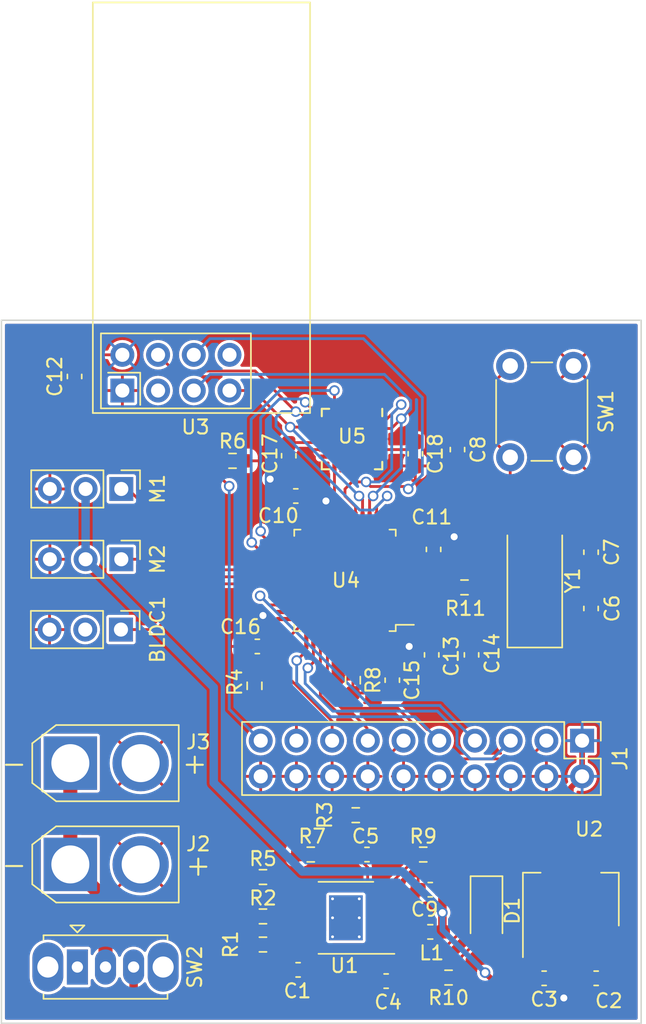
<source format=kicad_pcb>
(kicad_pcb (version 20211014) (generator pcbnew)
  (layers (0 "F.Cu" signal) (31 "B.Cu" signal) (34 "B.Paste" user) (35 "F.Paste" user) (36 "B.SilkS" user "B.Silkscreen") (37 "F.SilkS" user "F.Silkscreen") (38 "B.Mask" user) (39 "F.Mask" user) (44 "Edge.Cuts" user))
  (net 0 "")
  (net 1 "TIM1_CH3")
  (net 2 "5V")
  (net 3 "GND")
  (net 4 "+BATT")
  (net 5 "VDD")
  (net 6 "Net-(C4-Pad1)")
  (net 7 "Net-(C4-Pad2)")
  (net 8 "Net-(C5-Pad1)")
  (net 9 "Net-(C5-Pad2)")
  (net 10 "/OSC_IN")
  (net 11 "Net-(C7-Pad1)")
  (net 12 "Net-(C8-Pad2)")
  (net 13 "Net-(C17-Pad1)")
  (net 14 "Net-(C18-Pad1)")
  (net 15 "TIM1_CH1")
  (net 16 "TIM1_CH2")
  (net 17 "Net-(R1-Pad2)")
  (net 18 "Net-(J1-Pad11)")
  (net 19 "Net-(J1-Pad17)")
  (net 20 "Net-(R5-Pad1)")
  (net 21 "Net-(J1-Pad19)")
  (net 22 "/OSC_OUT")
  (net 24 "SPI1_CS")
  (net 25 "SPI1_SCK")
  (net 26 "SPI1_MOSI")
  (net 27 "SPI1_MISO")
  (net 42 "SPI2_SCK")
  (net 44 "SPI2_MOSI")
  (net 47 "SWDIO")
  (net 48 "SWCLK")
  (net 49 "JTDI")
  (net 50 "TDO")
  (net 51 "Net-(J1-Pad3)")
  (net 59 "Net-(D1-Pad2)")
  (net 60 "Net-(U4-Pad44)")
  (net 61 "Net-(J2-Pad1)")
  (footprint "Resistor_SMD:R_0603_1608Metric_Pad0.98x0.95mm_HandSolder" (layer "F.Cu") (at 134.6 124.4 180)
    (fp_text reference "R1")
    (fp_text value "100k")
  )
  (footprint "Button_Switch_THT:SW_PUSH_6mm" (layer "F.Cu") (at 156.685 83.25 -90)
    (fp_text reference "SW1")
    (fp_text value "SW_Push")
  )
  (footprint "Resistor_SMD:R_0603_1608Metric_Pad0.98x0.95mm_HandSolder" (layer "F.Cu") (at 147.801751 126.75 180)
    (fp_text reference "R10")
    (fp_text value "0.75k")
  )
  (footprint "Connector_AMASS:AMASS_XT30U-F_1x02_P5.0mm_Vertical" (layer "F.Cu") (at 120.9 118.7025)
    (fp_text reference "J2")
    (fp_text value "Battery")
  )
  (footprint "Diode_SMD:D_1206_3216Metric_Pad1.42x1.75mm_HandSolder" (layer "F.Cu") (at 150.5 122 -90)
    (fp_text reference "D1")
    (fp_text value "D")
  )
  (footprint "Resistor_SMD:R_0603_1608Metric_Pad0.98x0.95mm_HandSolder" (layer "F.Cu") (at 132.435 90)
    (fp_text reference "R6")
    (fp_text value "10k")
  )
  (footprint "Connector_PinHeader_2.54mm:PinHeader_1x03_P2.54mm_Vertical" (layer "F.Cu") (at 124.525 97 -90)
    (fp_text reference "M2")
    (fp_text value "Motor_Servo")
  )
  (footprint "Capacitor_SMD:C_0603_1608Metric_Pad1.08x0.95mm_HandSolder" (layer "F.Cu") (at 136.435 89.6375 -90)
    (fp_text reference "C17")
    (fp_text value "0.1u")
  )
  (footprint "Capacitor_SMD:C_0603_1608Metric_Pad1.08x0.95mm_HandSolder" (layer "F.Cu") (at 149.435 103.8 -90)
    (fp_text reference "C14")
    (fp_text value "1uF")
  )
  (footprint "Resistor_SMD:R_0603_1608Metric_Pad0.98x0.95mm_HandSolder" (layer "F.Cu") (at 134.6 119.6 180)
    (fp_text reference "R5")
    (fp_text value "47k")
  )
  (footprint "Capacitor_SMD:C_0603_1608Metric_Pad1.08x0.95mm_HandSolder" (layer "F.Cu") (at 145.435 89.5 -90)
    (fp_text reference "C18")
    (fp_text value "2.2u")
  )
  (footprint "Capacitor_SMD:C_0603_1608Metric_Pad1.08x0.95mm_HandSolder" (layer "F.Cu") (at 134.2 103.2 180)
    (fp_text reference "C16")
    (fp_text value "100nF")
  )
  (footprint "Inductor_SMD:L_0603_1608Metric_Pad1.05x0.95mm_HandSolder" (layer "F.Cu") (at 146.5 123.5)
    (fp_text reference "L1")
    (fp_text value "33u")
  )
  (footprint "Resistor_SMD:R_0603_1608Metric_Pad0.98x0.95mm_HandSolder" (layer "F.Cu") (at 146 118 180)
    (fp_text reference "R9")
    (fp_text value "3k")
  )
  (footprint "Crystal:Crystal_SMD_0603-2Pin_6.0x3.5mm_HandSoldering" (layer "F.Cu") (at 153.935 98.5 90)
    (fp_text reference "Y1")
    (fp_text value "8.000MHZ")
  )
  (footprint "Package_SO:HTSOP-8-1EP_3.9x4.9mm_P1.27mm_EP2.4x3.2mm_ThermalVias" (layer "F.Cu") (at 140.5 122.5 180)
    (fp_text reference "U1")
    (fp_text value "BD9G341EFJ")
  )
  (footprint "Capacitor_SMD:C_0603_1608Metric_Pad1.08x0.95mm_HandSolder" (layer "F.Cu") (at 121.2 84 -90)
    (fp_text reference "C12")
    (fp_text value "100nF")
  )
  (footprint "Capacitor_SMD:C_0603_1608Metric_Pad1.08x0.95mm_HandSolder" (layer "F.Cu") (at 148.435 89.2 90)
    (fp_text reference "C8")
    (fp_text value "20p")
  )
  (footprint "Capacitor_SMD:C_0603_1608Metric_Pad1.08x0.95mm_HandSolder" (layer "F.Cu") (at 154.6 126.8 180)
    (fp_text reference "C3")
    (fp_text value "10u")
  )
  (footprint "Capacitor_SMD:C_0603_1608Metric_Pad1.08x0.95mm_HandSolder" (layer "F.Cu") (at 137.1 126.2)
    (fp_text reference "C1")
    (fp_text value "10u")
  )
  (footprint "Resistor_SMD:R_0603_1608Metric_Pad0.98x0.95mm_HandSolder" (layer "F.Cu") (at 134.6 122.4 180)
    (fp_text reference "R2")
    (fp_text value "20k")
  )
  (footprint "Capacitor_SMD:C_0603_1608Metric_Pad1.08x0.95mm_HandSolder" (layer "F.Cu") (at 146.735 96.3 -90)
    (fp_text reference "C11")
    (fp_text value "100nF")
  )
  (footprint "Connector_PinHeader_2.54mm:PinHeader_2x10_P2.54mm_Vertical" (layer "F.Cu") (at 157.3 109.9 -90)
    (fp_text reference "J1")
    (fp_text value "Conn_02x10_Odd_Even")
  )
  (footprint "Capacitor_SMD:C_0603_1608Metric_Pad1.08x0.95mm_HandSolder" (layer "F.Cu") (at 142 118)
    (fp_text reference "C5")
    (fp_text value "6800p")
  )
  (footprint "Package_QFP:LQFP-48_7x7mm_P0.5mm" (layer "F.Cu") (at 140.435 98.5 180)
    (fp_text reference "U4")
    (fp_text value "STM32F100C4Tx")
  )
  (footprint "Capacitor_SMD:C_0603_1608Metric_Pad1.08x0.95mm_HandSolder" (layer "F.Cu") (at 158.3 126.8 180)
    (fp_text reference "C2")
    (fp_text value "10u")
  )
  (footprint "Capacitor_SMD:C_0603_1608Metric_Pad1.08x0.95mm_HandSolder" (layer "F.Cu") (at 143.8 105.6 -90)
    (fp_text reference "C15")
    (fp_text value "100nF")
  )
  (footprint "Resistor_SMD:R_0603_1608Metric_Pad0.98x0.95mm_HandSolder" (layer "F.Cu") (at 138 118 180)
    (fp_text reference "R7")
    (fp_text value "10k")
  )
  (footprint "Resistor_SMD:R_0603_1608Metric_Pad0.98x0.95mm_HandSolder" (layer "F.Cu") (at 134 106 90)
    (fp_text reference "R4")
    (fp_text value "10k")
  )
  (footprint "Connector_AMASS:AMASS_XT30U-F_1x02_P5.0mm_Vertical" (layer "F.Cu") (at 120.9 111.5)
    (fp_text reference "J3")
    (fp_text value "Battery")
  )
  (footprint "Capacitor_SMD:C_0603_1608Metric_Pad1.08x0.95mm_HandSolder" (layer "F.Cu") (at 136.935 92.5)
    (fp_text reference "C10")
    (fp_text value "10uF")
  )
  (footprint "RF_Module:nRF24L01_Breakout" (layer "F.Cu") (at 124.6 85 90)
    (fp_text reference "U3")
    (fp_text value "NRF24L01_Breakout")
  )
  (footprint "Resistor_SMD:R_0603_1608Metric_Pad0.98x0.95mm_HandSolder" (layer "F.Cu") (at 148.935 99)
    (fp_text reference "R11")
    (fp_text value "390")
  )
  (footprint "Capacitor_SMD:C_0603_1608Metric_Pad1.08x0.95mm_HandSolder" (layer "F.Cu") (at 157.935 100.5 90)
    (fp_text reference "C6")
    (fp_text value "20p")
  )
  (footprint "Capacitor_SMD:C_0603_1608Metric_Pad1.08x0.95mm_HandSolder" (layer "F.Cu") (at 146.5 120.5 180)
    (fp_text reference "C9")
    (fp_text value "100u")
  )
  (footprint "Capacitor_SMD:C_0603_1608Metric_Pad1.08x0.95mm_HandSolder" (layer "F.Cu") (at 143.3625 127)
    (fp_text reference "C4")
    (fp_text value "0.1u")
  )
  (footprint "Connector_PinHeader_2.54mm:PinHeader_1x03_P2.54mm_Vertical" (layer "F.Cu") (at 124.525 92 -90)
    (fp_text reference "M1")
    (fp_text value "Motor_Servo")
  )
  (footprint "Sensor_Motion:InvenSense_QFN-24_4x4mm_P0.5mm" (layer "F.Cu") (at 140.935 88.45 -90)
    (fp_text reference "U5")
    (fp_text value "MPU-6000")
  )
  (footprint "Resistor_SMD:R_0603_1608Metric_Pad0.98x0.95mm_HandSolder" (layer "F.Cu") (at 141.2 115.2 180)
    (fp_text reference "R3")
    (fp_text value "10k")
  )
  (footprint "Package_TO_SOT_SMD:SOT-223-3_TabPin2" (layer "F.Cu") (at 156.5 121.2 90)
    (fp_text reference "U2")
    (fp_text value "AMS1117-3.3")
  )
  (footprint "Capacitor_SMD:C_0603_1608Metric_Pad1.08x0.95mm_HandSolder" (layer "F.Cu") (at 146.6 103.8 -90)
    (fp_text reference "C13")
    (fp_text value "10uF")
  )
  (footprint "Resistor_SMD:R_0603_1608Metric_Pad0.98x0.95mm_HandSolder" (layer "F.Cu") (at 141 105.6 -90)
    (fp_text reference "R8")
    (fp_text value "10K")
  )
  (footprint "Capacitor_SMD:C_0603_1608Metric_Pad1.08x0.95mm_HandSolder" (layer "F.Cu") (at 157.935 96.5 -90)
    (fp_text reference "C7")
    (fp_text value "20p")
  )
  (footprint "Connector_PinHeader_2.54mm:PinHeader_1x03_P2.54mm_Vertical" (layer "F.Cu") (at 124.5 102 -90)
    (fp_text reference "BLDC1")
    (fp_text value "Conn_01x03")
  )
  (footprint "Button_Switch_THT:SW_Slide_1P2T_CK_OS102011MS2Q" (layer "F.Cu") (at 121.4 126)
    (fp_text reference "SW2")
    (fp_text value "SW_SPDT")
  )
  (gr_line (start 161.5 80) (end 161.5 130) (layer "Edge.Cuts") (width 0.1))
  (gr_line (start 161.5 130) (end 116 130) (layer "Edge.Cuts") (width 0.1))
  (gr_line (start 161.5 80) (end 116 80) (layer "Edge.Cuts") (width 0.1))
  (gr_line (start 116 130) (end 116 80) (layer "Edge.Cuts") (width 0.1))
  (segment (start 124.5 102) (end 127 102) (width 0.2) (layer "F.Cu") (net 1))
  (segment (start 127 102) (end 130.25 98.75) (width 0.2) (layer "F.Cu") (net 1))
  (segment (start 130.25 98.75) (end 136.2725 98.75) (width 0.2) (layer "F.Cu") (net 1))
  (segment (start 147.3625 120.5) (end 147.3625 122.1375) (width 0.6) (layer "F.Cu") (net 2))
  (segment (start 147.3625 123.4875) (end 147.375 123.5) (width 0.6) (layer "F.Cu") (net 2))
  (segment (start 147.3625 122.1375) (end 147.3625 123.4875) (width 0.6) (layer "F.Cu") (net 2))
  (segment (start 147.3625 120.5) (end 147.5 120.5) (width 0.2) (layer "F.Cu") (net 2))
  (segment (start 152.975 128.975) (end 156.9875 128.975) (width 0.4) (layer "F.Cu") (net 2))
  (segment (start 156.9875 128.975) (end 159.1625 126.8) (width 0.4) (layer "F.Cu") (net 2))
  (segment (start 147.5 120.5) (end 147.5 118.5875) (width 0.2) (layer "F.Cu") (net 2))
  (segment (start 159.1625 126.8) (end 158.8 126.4375) (width 0.2) (layer "F.Cu") (net 2))
  (segment (start 150.4 126.4) (end 152.975 128.975) (width 0.4) (layer "F.Cu") (net 2))
  (segment (start 158.8 126.4375) (end 158.8 124.35) (width 0.2) (layer "F.Cu") (net 2))
  (segment (start 147.5 118.5875) (end 146.9125 118) (width 0.2) (layer "F.Cu") (net 2))
  (via (at 150.4 126.4) (size 0.75) (drill 0.5) (layers "F.Cu" "B.Cu") (net 2))
  (via (at 147.3625 122.1375) (size 0.75) (drill 0.5) (layers "F.Cu" "B.Cu") (net 2))
  (segment (start 147.3625 122.0625) (end 147.3625 122.1375) (width 0.6) (layer "B.Cu") (net 2))
  (segment (start 121.985 92) (end 121.985 97) (width 0.6) (layer "B.Cu") (net 2))
  (segment (start 144.5 119.2) (end 147.3625 122.0625) (width 0.6) (layer "B.Cu") (net 2))
  (segment (start 147.3625 122.1375) (end 147.3625 123.3625) (width 0.4) (layer "B.Cu") (net 2))
  (segment (start 121.985 97) (end 131.1 106.115) (width 0.6) (layer "B.Cu") (net 2))
  (segment (start 147.3625 123.3625) (end 150.4 126.4) (width 0.4) (layer "B.Cu") (net 2))
  (segment (start 137.4 119.2) (end 144.5 119.2) (width 0.6) (layer "B.Cu") (net 2))
  (segment (start 131.1 106.115) (end 131.1 112.9) (width 0.6) (layer "B.Cu") (net 2))
  (segment (start 131.1 112.9) (end 137.4 119.2) (width 0.6) (layer "B.Cu") (net 2))
  (segment (start 146.1475 97.75) (end 146.735 97.1625) (width 0.2) (layer "F.Cu") (net 3))
  (segment (start 138.185 92.8875) (end 137.7975 92.5) (width 0.2) (layer "F.Cu") (net 3))
  (segment (start 138.185 94.3375) (end 138.185 92.8875) (width 0.2) (layer "F.Cu") (net 3))
  (segment (start 144.5975 97.75) (end 146.1475 97.75) (width 0.2) (layer "F.Cu") (net 3))
  (segment (start 137.85 124.405) (end 137.85 124.5875) (width 0.6) (layer "F.Cu") (net 4))
  (segment (start 137.85 124.5875) (end 133.7375 128.7) (width 0.6) (layer "F.Cu") (net 4))
  (segment (start 137.845 124.4) (end 137.85 124.405) (width 0.4) (layer "F.Cu") (net 4))
  (segment (start 125.4 127.6) (end 125.4 126) (width 0.6) (layer "F.Cu") (net 4))
  (segment (start 135.5125 124.4) (end 137.845 124.4) (width 0.4) (layer "F.Cu") (net 4))
  (segment (start 133.7375 128.7) (end 126.5 128.7) (width 0.6) (layer "F.Cu") (net 4))
  (segment (start 126.5 128.7) (end 125.4 127.6) (width 0.6) (layer "F.Cu") (net 4))
  (segment (start 143.185 102.6625) (end 143.185 104.1225) (width 0.2) (layer "F.Cu") (net 5))
  (segment (start 146.735 95.4375) (end 148.1625 95.4375) (width 0.2) (layer "F.Cu") (net 5))
  (segment (start 156.5 118.05) (end 156.5 113.24) (width 0.4) (layer "F.Cu") (net 5))
  (segment (start 148.1625 95.4375) (end 148.2 95.4) (width 0.2) (layer "F.Cu") (net 5))
  (segment (start 144.5975 101.25) (end 145.85 101.25) (width 0.2) (layer "F.Cu") (net 5))
  (segment (start 146.6 102.9375) (end 145.2625 102.9375) (width 0.2) (layer "F.Cu") (net 5))
  (segment (start 139.079991 92.855071) (end 139.685 92.250062) (width 0.2) (layer "F.Cu") (net 5))
  (segment (start 155.4625 127.6625) (end 156 128.2) (width 0.2) (layer "F.Cu") (net 5))
  (segment (start 136.2975 101.275) (end 136.2725 101.25) (width 0.2) (layer "F.Cu") (net 5))
  (segment (start 143.8 104.7375) (end 145 103.5375) (width 0.2) (layer "F.Cu") (net 5))
  (segment (start 145.8 96.4) (end 145.8 96.81533) (width 0.2) (layer "F.Cu") (net 5))
  (segment (start 136.0725 92.263) (end 135.1095 91.3) (width 0.2) (layer "F.Cu") (net 5))
  (segment (start 146.735 95.4375) (end 146.735 95.465) (width 0.2) (layer "F.Cu") (net 5))
  (segment (start 137.685 94.3375) (end 136.0725 92.725) (width 0.2) (layer "F.Cu") (net 5))
  (segment (start 155.4625 126.8) (end 155.4625 127.6625) (width 0.2) (layer "F.Cu") (net 5))
  (segment (start 136.0725 92.5) (end 136.0725 92.263) (width 0.2) (layer "F.Cu") (net 5))
  (segment (start 134.6 101) (end 134.85 101.25) (width 0.2) (layer "F.Cu") (net 5))
  (segment (start 124.6 82.46) (end 121.8775 82.46) (width 0.2) (layer "F.Cu") (net 5))
  (segment (start 156.5 124.35) (end 156.5 125.7625) (width 0.2) (layer "F.Cu") (net 5))
  (segment (start 156.5 125.7625) (end 155.4625 126.8) (width 0.2) (layer "F.Cu") (net 5))
  (segment (start 146.735 95.465) (end 145.8 96.4) (width 0.2) (layer "F.Cu") (net 5))
  (segment (start 139.685 92.250062) (end 139.685 90.4) (width 0.2) (layer "F.Cu") (net 5))
  (segment (start 134.85 101.25) (end 136.2725 101.25) (width 0.2) (layer "F.Cu") (net 5))
  (segment (start 134.6 101) (end 134.6 102.7375) (width 0.2) (layer "F.Cu") (net 5))
  (segment (start 134.6 102.7375) (end 135.0625 103.2) (width 0.2) (layer "F.Cu") (net 5))
  (segment (start 145.8 96.81533) (end 145.36533 97.25) (width 0.2) (layer "F.Cu") (net 5))
  (segment (start 157.3 112.44) (end 157.3 109.9) (width 0.4) (layer "F.Cu") (net 5))
  (segment (start 136.0725 92.725) (end 136.0725 92.5) (width 0.2) (layer "F.Cu") (net 5))
  (segment (start 136.185 101.3375) (end 136.2725 101.25) (width 0.2) (layer "F.Cu") (net 5))
  (segment (start 149.435 102.9375) (end 146.6 102.9375) (width 0.2) (layer "F.Cu") (net 5))
  (segment (start 146.6 102) (end 146.6 102.9375) (width 0.2) (layer "F.Cu") (net 5))
  (segment (start 145.36533 97.25) (end 144.5975 97.25) (width 0.2) (layer "F.Cu") (net 5))
  (segment (start 121.8775 82.46) (end 121.2 83.1375) (width 0.2) (layer "F.Cu") (net 5))
  (segment (start 145.2625 102.9375) (end 145 103.2) (width 0.2) (layer "F.Cu") (net 5))
  (segment (start 145.85 101.25) (end 146.6 102) (width 0.2) (layer "F.Cu") (net 5))
  (segment (start 145 103.5375) (end 145 103.2) (width 0.2) (layer "F.Cu") (net 5))
  (segment (start 143.185 104.1225) (end 143.8 104.7375) (width 0.2) (layer "F.Cu") (net 5))
  (segment (start 156.5 113.24) (end 157.3 112.44) (width 0.4) (layer "F.Cu") (net 5))
  (via (at 139.079991 92.855071) (size 0.75) (drill 0.5) (layers "F.Cu" "B.Cu") (net 5))
  (via (at 145 103.2) (size 0.75) (drill 0.5) (layers "F.Cu" "B.Cu") (net 5))
  (via (at 148.2 95.4) (size 0.75) (drill 0.5) (layers "F.Cu" "B.Cu") (net 5))
  (via (at 134.6 101) (size 0.75) (drill 0.5) (layers "F.Cu" "B.Cu") (net 5))
  (via (at 156 128.2) (size 0.75) (drill 0.5) (layers "F.Cu" "B.Cu") (net 5))
  (via (at 135.1095 91.3) (size 0.75) (drill 0.5) (layers "F.Cu" "B.Cu") (net 5))
  (segment (start 138.135 123.135) (end 137.85 123.135) (width 0.2) (layer "F.Cu") (net 6))
  (segment (start 142.5 127) (end 141.6 127) (width 0.2) (layer "F.Cu") (net 6))
  (segment (start 141.6 127) (end 138.95 124.35) (width 0.2) (layer "F.Cu") (net 6))
  (segment (start 138.95 123.95) (end 138.135 123.135) (width 0.2) (layer "F.Cu") (net 6))
  (segment (start 138.95 124.35) (end 138.95 123.95) (width 0.2) (layer "F.Cu") (net 6))
  (segment (start 145.625 123.5) (end 145.625 124.125) (width 0.2) (layer "F.Cu") (net 7))
  (segment (start 144.225 125.48) (end 143.15 124.405) (width 0.2) (layer "F.Cu") (net 7))
  (segment (start 149 122.0125) (end 150.5 120.5125) (width 0.2) (layer "F.Cu") (net 7))
  (segment (start 144.225 127) (end 144.225 125.48) (width 0.2) (layer "F.Cu") (net 7))
  (segment (start 145.625 124.125) (end 146 124.5) (width 0.2) (layer "F.Cu") (net 7))
  (segment (start 146 124.5) (end 147.66014 124.5) (width 0.2) (layer "F.Cu") (net 7))
  (segment (start 149 123.16014) (end 149 122.0125) (width 0.2) (layer "F.Cu") (net 7))
  (segment (start 147.66014 124.5) (end 149 123.16014) (width 0.2) (layer "F.Cu") (net 7))
  (segment (start 143.15 124.405) (end 144.72 124.405) (width 0.6) (layer "F.Cu") (net 7))
  (segment (start 144.72 124.405) (end 145.625 123.5) (width 0.6) (layer "F.Cu") (net 7))
  (segment (start 142.865 121.865) (end 143.15 121.865) (width 0.2) (layer "F.Cu") (net 8))
  (segment (start 142.05 118.9125) (end 142.05 121.05) (width 0.2) (layer "F.Cu") (net 8))
  (segment (start 142.05 121.05) (end 142.865 121.865) (width 0.2) (layer "F.Cu") (net 8))
  (segment (start 141.1375 118) (end 142.05 118.9125) (width 0.2) (layer "F.Cu") (net 8))
  (segment (start 143 117) (end 142.5 116.5) (width 0.2) (layer "F.Cu") (net 9))
  (segment (start 140.4125 116.5) (end 138.9125 118) (width 0.2) (layer "F.Cu") (net 9))
  (segment (start 142.5 116.5) (end 140.4125 116.5) (width 0.2) (layer "F.Cu") (net 9))
  (segment (start 143 117.8625) (end 143 117) (width 0.2) (layer "F.Cu") (net 9))
  (segment (start 142.8625 118) (end 143 117.8625) (width 0.2) (layer "F.Cu") (net 9))
  (segment (start 157.885 101.4125) (end 153.935 101.4125) (width 0.2) (layer "F.Cu") (net 10))
  (segment (start 157.935 101.3625) (end 157.885 101.4125) (width 0.2) (layer "F.Cu") (net 10))
  (segment (start 147.52783 101.4125) (end 145.36533 99.25) (width 0.2) (layer "F.Cu") (net 10))
  (segment (start 145.36533 99.25) (end 144.5975 99.25) (width 0.2) (layer "F.Cu") (net 10))
  (segment (start 153.935 101.4125) (end 147.52783 101.4125) (width 0.2) (layer "F.Cu") (net 10))
  (segment (start 150.5225 99) (end 153.935 95.5875) (width 0.2) (layer "F.Cu") (net 11))
  (segment (start 149.8475 99) (end 150.5225 99) (width 0.2) (layer "F.Cu") (net 11))
  (segment (start 157.885 95.5875) (end 153.935 95.5875) (width 0.2) (layer "F.Cu") (net 11))
  (segment (start 157.935 95.6375) (end 157.885 95.5875) (width 0.2) (layer "F.Cu") (net 11))
  (segment (start 152.185 93.45) (end 152.185 89.75) (width 0.2) (layer "F.Cu") (net 12))
  (segment (start 136.2 105.2) (end 136.2 102.8) (width 0.2) (layer "F.Cu") (net 12))
  (segment (start 150.7725 88.3375) (end 152.185 89.75) (width 0.2) (layer "F.Cu") (net 12))
  (segment (start 148.435 87) (end 152.185 83.25) (width 0.2) (layer "F.Cu") (net 12))
  (segment (start 144.5975 98.25) (end 147.385 98.25) (width 0.2) (layer "F.Cu") (net 12))
  (segment (start 148.435 88.3375) (end 148.435 87) (width 0.2) (layer "F.Cu") (net 12))
  (segment (start 139.52 108.52) (end 136.2 105.2) (width 0.2) (layer "F.Cu") (net 12))
  (segment (start 147.385 98.25) (end 152.185 93.45) (width 0.2) (layer "F.Cu") (net 12))
  (segment (start 139.52 109.9) (end 139.52 108.52) (width 0.2) (layer "F.Cu") (net 12))
  (segment (start 140.75 98.25) (end 144.5975 98.25) (width 0.2) (layer "F.Cu") (net 12))
  (segment (start 148.435 88.3375) (end 150.7725 88.3375) (width 0.2) (layer "F.Cu") (net 12))
  (segment (start 136.2 102.8) (end 140.75 98.25) (width 0.2) (layer "F.Cu") (net 12))
  (segment (start 144.5475 98.2) (end 144.5975 98.25) (width 0.2) (layer "F.Cu") (net 12))
  (segment (start 138.985 88.7) (end 136.51 88.7) (width 0.2) (layer "F.Cu") (net 13))
  (segment (start 136.51 88.7) (end 136.435 88.775) (width 0.2) (layer "F.Cu") (net 13))
  (segment (start 144.8725 89.2) (end 145.435 88.6375) (width 0.2) (layer "F.Cu") (net 14))
  (segment (start 142.885 89.2) (end 144.8725 89.2) (width 0.2) (layer "F.Cu") (net 14))
  (segment (start 125 92) (end 124.525 92) (width 0.2) (layer "F.Cu") (net 15))
  (segment (start 136.2725 97.75) (end 130.75 97.75) (width 0.2) (layer "F.Cu") (net 15))
  (segment (start 130.75 97.75) (end 125 92) (width 0.2) (layer "F.Cu") (net 15))
  (segment (start 136.2725 98.25) (end 130.25 98.25) (width 0.2) (layer "F.Cu") (net 16))
  (segment (start 129 97) (end 124.525 97) (width 0.2) (layer "F.Cu") (net 16))
  (segment (start 130.25 98.25) (end 129 97) (width 0.2) (layer "F.Cu") (net 16))
  (segment (start 137.315 122.4) (end 137.85 121.865) (width 0.2) (layer "F.Cu") (net 17))
  (segment (start 134.1 124.4) (end 133.6875 124.4) (width 0.2) (layer "F.Cu") (net 17))
  (segment (start 135.5125 122.4) (end 137.315 122.4) (width 0.2) (layer "F.Cu") (net 17))
  (segment (start 135.5125 122.4) (end 135.5125 122.9875) (width 0.2) (layer "F.Cu") (net 17))
  (segment (start 135.5125 122.9875) (end 134.1 124.4) (width 0.2) (layer "F.Cu") (net 17))
  (segment (start 142.1125 114.6875) (end 143.4 113.4) (width 0.2) (layer "F.Cu") (net 18))
  (segment (start 143.4 113.4) (end 143.4 111.1) (width 0.2) (layer "F.Cu") (net 18))
  (segment (start 143.4 111.1) (end 144.6 109.9) (width 0.2) (layer "F.Cu") (net 18))
  (segment (start 142.1125 115.2) (end 142.1125 114.6875) (width 0.2) (layer "F.Cu") (net 18))
  (segment (start 136.98 108.02) (end 136.98 109.9) (width 0.2) (layer "F.Cu") (net 19))
  (segment (start 135.9125 106.9125) (end 137 108) (width 0.2) (layer "F.Cu") (net 19))
  (segment (start 137 108) (end 136.98 108.02) (width 0.2) (layer "F.Cu") (net 19))
  (segment (start 134 106.9125) (end 135.9125 106.9125) (width 0.2) (layer "F.Cu") (net 19))
  (segment (start 137.85 120.595) (end 136.5075 120.595) (width 0.2) (layer "F.Cu") (net 20))
  (segment (start 136.5075 120.595) (end 135.5125 119.6) (width 0.2) (layer "F.Cu") (net 20))
  (segment (start 131.5225 90) (end 131.5225 91.1225) (width 0.2) (layer "F.Cu") (net 21))
  (segment (start 131.5225 91.1225) (end 132.2 91.8) (width 0.2) (layer "F.Cu") (net 21))
  (via (at 132.2 91.8) (size 0.75) (drill 0.5) (layers "F.Cu" "B.Cu") (net 21))
  (segment (start 132.2 107.66) (end 134.44 109.9) (width 0.2) (layer "B.Cu") (net 21))
  (segment (start 132.2 91.8) (end 132.2 107.66) (width 0.2) (layer "B.Cu") (net 21))
  (segment (start 144.5975 98.75) (end 147.7725 98.75) (width 0.2) (layer "F.Cu") (net 22))
  (segment (start 147.7725 98.75) (end 148.0225 99) (width 0.2) (layer "F.Cu") (net 22))
  (segment (start 136.935 86.5) (end 134.045 83.61) (width 0.2) (layer "F.Cu") (net 24))
  (segment (start 142.685 93.25) (end 143.435 92.5) (width 0.2) (layer "F.Cu") (net 24))
  (segment (start 138.385 87.7) (end 137.185 86.5) (width 0.2) (layer "F.Cu") (net 24))
  (segment (start 128.29 83.61) (end 127.14 82.46) (width 0.2) (layer "F.Cu") (net 24))
  (segment (start 142.685 94.3375) (end 142.685 93.25) (width 0.2) (layer "F.Cu") (net 24))
  (segment (start 134.045 83.61) (end 128.29 83.61) (width 0.2) (layer "F.Cu") (net 24))
  (segment (start 137.185 86.5) (end 136.935 86.5) (width 0.2) (layer "F.Cu") (net 24))
  (segment (start 138.985 87.7) (end 138.385 87.7) (width 0.2) (layer "F.Cu") (net 24))
  (via (at 136.935 86.5) (size 0.75) (drill 0.5) (layers "F.Cu" "B.Cu") (net 24))
  (via (at 143.435 92.5) (size 0.75) (drill 0.5) (layers "F.Cu" "B.Cu") (net 24))
  (segment (start 135.9386 86.4964) (end 136.9314 86.4964) (width 0.2) (layer "B.Cu") (net 24))
  (segment (start 141.480405 93.5) (end 135.535 87.554595) (width 0.2) (layer "B.Cu") (net 24))
  (segment (start 135.535 86.9) (end 135.9386 86.4964) (width 0.2) (layer "B.Cu") (net 24))
  (segment (start 142.435 93.5) (end 141.480405 93.5) (width 0.2) (layer "B.Cu") (net 24))
  (segment (start 135.535 87.554595) (end 135.535 86.9) (width 0.2) (layer "B.Cu") (net 24))
  (segment (start 143.435 92.5) (end 142.435 93.5) (width 0.2) (layer "B.Cu") (net 24))
  (segment (start 136.9314 86.4964) (end 136.935 86.5) (width 0.2) (layer "B.Cu") (net 24))
  (segment (start 142.885 87.7) (end 143.735 87.7) (width 0.2) (layer "F.Cu") (net 25))
  (segment (start 143.735 87.7) (end 144.435 87) (width 0.2) (layer "F.Cu") (net 25))
  (segment (start 142.185 92.75) (end 142.435 92.5) (width 0.2) (layer "F.Cu") (net 25))
  (segment (start 142.185 94.3375) (end 142.185 92.75) (width 0.2) (layer "F.Cu") (net 25))
  (via (at 142.435 92.5) (size 0.75) (drill 0.5) (layers "F.Cu" "B.Cu") (net 25))
  (via (at 144.435 87) (size 0.75) (drill 0.5) (layers "F.Cu" "B.Cu") (net 25))
  (segment (start 130.83 83.85) (end 129.68 85) (width 0.2) (layer "B.Cu") (net 25))
  (segment (start 145.11 86.325) (end 145.11 85.720405) (width 0.2) (layer "B.Cu") (net 25))
  (segment (start 144.435 87) (end 144.435 90.5) (width 0.2) (layer "B.Cu") (net 25))
  (segment (start 144.435 90.5) (end 142.435 92.5) (width 0.2) (layer "B.Cu") (net 25))
  (segment (start 145.11 85.720405) (end 143.239595 83.85) (width 0.2) (layer "B.Cu") (net 25))
  (segment (start 143.239595 83.85) (end 130.83 83.85) (width 0.2) (layer "B.Cu") (net 25))
  (segment (start 144.435 87) (end 145.11 86.325) (width 0.2) (layer "B.Cu") (net 25))
  (segment (start 140.435 92) (end 140.935 91.5) (width 0.2) (layer "F.Cu") (net 26))
  (segment (start 141.185 93.25) (end 140.435 92.5) (width 0.2) (layer "F.Cu") (net 26))
  (segment (start 142.885 87.2) (end 143.235 87.2) (width 0.2) (layer "F.Cu") (net 26))
  (segment (start 144.935 92) (end 144.76 91.825) (width 0.2) (layer "F.Cu") (net 26))
  (segment (start 141.185 94.3375) (end 141.185 93.25) (width 0.2) (layer "F.Cu") (net 26))
  (segment (start 140.935 91.5) (end 141.935 91.5) (width 0.2) (layer "F.Cu") (net 26))
  (segment (start 142.26 91.825) (end 141.935 91.5) (width 0.2) (layer "F.Cu") (net 26))
  (segment (start 144.76 91.825) (end 142.26 91.825) (width 0.2) (layer "F.Cu") (net 26))
  (segment (start 140.435 92.5) (end 140.435 92) (width 0.2) (layer "F.Cu") (net 26))
  (segment (start 143.235 87.2) (end 144.435 86) (width 0.2) (layer "F.Cu") (net 26))
  (via (at 144.935 92) (size 0.75) (drill 0.5) (layers "F.Cu" "B.Cu") (net 26))
  (via (at 144.435 86) (size 0.75) (drill 0.5) (layers "F.Cu" "B.Cu") (net 26))
  (via (at 141.935 91.5) (size 0.75) (drill 0.5) (layers "F.Cu" "B.Cu") (net 26))
  (segment (start 145.935 91) (end 145.935 85.5) (width 0.2) (layer "B.Cu") (net 26))
  (segment (start 143.76 90.609314) (end 143.76 86.675) (width 0.2) (layer "B.Cu") (net 26))
  (segment (start 145.935 85.5) (end 141.745 81.31) (width 0.2) (layer "B.Cu") (net 26))
  (segment (start 143.76 86.675) (end 144.435 86) (width 0.2) (layer "B.Cu") (net 26))
  (segment (start 142.869314 91.5) (end 143.76 90.609314) (width 0.2) (layer "B.Cu") (net 26))
  (segment (start 130.83 81.31) (end 129.68 82.46) (width 0.2) (layer "B.Cu") (net 26))
  (segment (start 144.935 92) (end 145.935 91) (width 0.2) (layer "B.Cu") (net 26))
  (segment (start 141.935 91.5) (end 142.869314 91.5) (width 0.2) (layer "B.Cu") (net 26))
  (segment (start 141.745 81.31) (end 130.83 81.31) (width 0.2) (layer "B.Cu") (net 26))
  (segment (start 133.935 85) (end 132.22 85) (width 0.2) (layer "F.Cu") (net 27))
  (segment (start 137.735 88.2) (end 137.135 87.6) (width 0.2) (layer "F.Cu") (net 27))
  (segment (start 136.535 87.6) (end 133.935 85) (width 0.2) (layer "F.Cu") (net 27))
  (segment (start 141.685 92.75) (end 141.435 92.5) (width 0.2) (layer "F.Cu") (net 27))
  (segment (start 138.985 88.2) (end 137.735 88.2) (width 0.2) (layer "F.Cu") (net 27))
  (segment (start 141.685 94.3375) (end 141.685 92.75) (width 0.2) (layer "F.Cu") (net 27))
  (segment (start 137.135 87.6) (end 136.535 87.6) (width 0.2) (layer "F.Cu") (net 27))
  (via (at 141.435 92.5) (size 0.75) (drill 0.5) (layers "F.Cu" "B.Cu") (net 27))
  (via (at 136.535 87.6) (size 0.75) (drill 0.5) (layers "F.Cu" "B.Cu") (net 27))
  (segment (start 136.535 87.6) (end 141.435 92.5) (width 0.2) (layer "B.Cu") (net 27))
  (segment (start 136.2725 96.25) (end 135.50467 96.25) (width 0.2) (layer "F.Cu") (net 42))
  (segment (start 138.9778 87.2) (end 137.6064 85.8286) (width 0.2) (layer "F.Cu") (net 42))
  (segment (start 138.985 87.2) (end 138.9778 87.2) (width 0.2) (layer "F.Cu") (net 42))
  (segment (start 135.50467 96.25) (end 134.435 95.18033) (width 0.2) (layer "F.Cu") (net 42))
  (segment (start 134.435 95.18033) (end 134.435 95) (width 0.2) (layer "F.Cu") (net 42))
  (via (at 137.6064 85.8286) (size 0.75) (drill 0.5) (layers "F.Cu" "B.Cu") (net 42))
  (via (at 134.435 95) (size 0.75) (drill 0.5) (layers "F.Cu" "B.Cu") (net 42))
  (segment (start 137.3778 85.6) (end 135.769315 85.6) (width 0.2) (layer "B.Cu") (net 42))
  (segment (start 135.769315 85.6) (end 134.435 86.934315) (width 0.2) (layer "B.Cu") (net 42))
  (segment (start 134.435 94.5) (end 134.435 95) (width 0.2) (layer "B.Cu") (net 42))
  (segment (start 134.435 86.934315) (end 134.435 94.5) (width 0.2) (layer "B.Cu") (net 42))
  (segment (start 137.6064 85.8286) (end 137.3778 85.6) (width 0.2) (layer "B.Cu") (net 42))
  (segment (start 139.685 85) (end 139.685 86.5) (width 0.2) (layer "F.Cu") (net 44))
  (segment (start 136.2725 97.25) (end 135.25 97.25) (width 0.2) (layer "F.Cu") (net 44))
  (segment (start 135.25 97.25) (end 133.8 95.8) (width 0.2) (layer "F.Cu") (net 44))
  (via (at 139.685 85) (size 0.75) (drill 0.5) (layers "F.Cu" "B.Cu") (net 44))
  (via (at 133.8 95.8) (size 0.75) (drill 0.5) (layers "F.Cu" "B.Cu") (net 44))
  (segment (start 133.76 95.76) (end 133.76 87.04363) (width 0.2) (layer "B.Cu") (net 44))
  (segment (start 135.80363 85) (end 139.685 85) (width 0.2) (layer "B.Cu") (net 44))
  (segment (start 133.8 95.8) (end 133.76 95.76) (width 0.2) (layer "B.Cu") (net 44))
  (segment (start 133.76 87.04363) (end 135.80363 85) (width 0.2) (layer "B.Cu") (net 44))
  (segment (start 135.05 100.25) (end 134.4 99.6) (width 0.2) (layer "F.Cu") (net 47))
  (segment (start 136.2725 100.25) (end 135.05 100.25) (width 0.2) (layer "F.Cu") (net 47))
  (via (at 134.4 99.6) (size 0.75) (drill 0.5) (layers "F.Cu" "B.Cu") (net 47))
  (segment (start 134.4 99.6) (end 142.2 107.4) (width 0.2) (layer "B.Cu") (net 47))
  (segment (start 147.2 107.4) (end 147.2 107.42) (width 0.2) (layer "B.Cu") (net 47))
  (segment (start 147.2 107.42) (end 149.68 109.9) (width 0.2) (layer "B.Cu") (net 47))
  (segment (start 142.2 107.4) (end 147.2 107.4) (width 0.2) (layer "B.Cu") (net 47))
  (segment (start 137.685 102.6625) (end 137.685 103.515) (width 0.2) (layer "F.Cu") (net 48))
  (segment (start 137.685 103.515) (end 137 104.2) (width 0.2) (layer "F.Cu") (net 48))
  (via (at 137 104.2) (size 0.75) (drill 0.5) (layers "F.Cu" "B.Cu") (net 48))
  (segment (start 137 105.8) (end 139.4 108.2) (width 0.2) (layer "B.Cu") (net 48))
  (segment (start 137 104.2) (end 137 105.8) (width 0.2) (layer "B.Cu") (net 48))
  (segment (start 145.44 108.2) (end 147.14 109.9) (width 0.2) (layer "B.Cu") (net 48))
  (segment (start 139.4 108.2) (end 145.44 108.2) (width 0.2) (layer "B.Cu") (net 48))
  (segment (start 138.185 104.331723) (end 137.790034 104.726689) (width 0.2) (layer "F.Cu") (net 49))
  (segment (start 138.185 102.6625) (end 138.185 104.331723) (width 0.2) (layer "F.Cu") (net 49))
  (via (at 137.790034 104.726689) (size 0.75) (drill 0.5) (layers "F.Cu" "B.Cu") (net 49))
  (segment (start 149.353654 111.2) (end 150.92 111.2) (width 0.2) (layer "B.Cu") (net 49))
  (segment (start 150.92 111.2) (end 152.22 109.9) (width 0.2) (layer "B.Cu") (net 49))
  (segment (start 147 107.8) (end 148.4 109.2) (width 0.2) (layer "B.Cu") (net 49))
  (segment (start 137.6 105.834314) (end 139.565686 107.8) (width 0.2) (layer "B.Cu") (net 49))
  (segment (start 148.4 110.246346) (end 149.353654 111.2) (width 0.2) (layer "B.Cu") (net 49))
  (segment (start 137.790034 104.726689) (end 137.6 104.916723) (width 0.2) (layer "B.Cu") (net 49))
  (segment (start 137.6 104.916723) (end 137.6 105.834314) (width 0.2) (layer "B.Cu") (net 49))
  (segment (start 148.4 109.2) (end 148.4 110.246346) (width 0.2) (layer "B.Cu") (net 49))
  (segment (start 139.565686 107.8) (end 147 107.8) (width 0.2) (layer "B.Cu") (net 49))
  (segment (start 142.06 109.9) (end 142 109.84) (width 0.2) (layer "F.Cu") (net 50))
  (segment (start 142 109) (end 141 108) (width 0.2) (layer "F.Cu") (net 50))
  (segment (start 141 108) (end 140 108) (width 0.2) (layer "F.Cu") (net 50))
  (segment (start 140 108) (end 138.685 106.685) (width 0.2) (layer "F.Cu") (net 50))
  (segment (start 142 109.84) (end 142 109) (width 0.2) (layer "F.Cu") (net 50))
  (segment (start 138.685 106.685) (end 138.685 102.6625) (width 0.2) (layer "F.Cu") (net 50))
  (segment (start 139.185 106.585) (end 140.2 107.6) (width 0.2) (layer "F.Cu") (net 51))
  (segment (start 144.2 107.6) (end 145.99 109.39) (width 0.2) (layer "F.Cu") (net 51))
  (segment (start 153.46 111.2) (end 154.76 109.9) (width 0.2) (layer "F.Cu") (net 51))
  (segment (start 145.99 110.39) (end 146.8 111.2) (width 0.2) (layer "F.Cu") (net 51))
  (segment (start 139.185 102.6625) (end 139.185 106.585) (width 0.2) (layer "F.Cu") (net 51))
  (segment (start 146.8 111.2) (end 153.46 111.2) (width 0.2) (layer "F.Cu") (net 51))
  (segment (start 140.2 107.6) (end 144.2 107.6) (width 0.2) (layer "F.Cu") (net 51))
  (segment (start 145.99 109.39) (end 145.99 110.39) (width 0.2) (layer "F.Cu") (net 51))
  (segment (start 151.675 119.822183) (end 148.340317 116.4875) (width 0.2) (layer "F.Cu") (net 59))
  (segment (start 145.0875 117.3125) (end 145.0875 118) (width 0.2) (layer "F.Cu") (net 59))
  (segment (start 150.5 123.4875) (end 148.714251 125.273249) (width 0.2) (layer "F.Cu") (net 59))
  (segment (start 145.0875 118.6575) (end 143.15 120.595) (width 0.2) (layer "F.Cu") (net 59))
  (segment (start 148.714251 125.273249) (end 148.714251 126.75) (width 0.2) (layer "F.Cu") (net 59))
  (segment (start 145.9125 116.4875) (end 145.0875 117.3125) (width 0.2) (layer "F.Cu") (net 59))
  (segment (start 151.675 122.3125) (end 151.675 119.822183) (width 0.2) (layer "F.Cu") (net 59))
  (segment (start 148.340317 116.4875) (end 145.9125 116.4875) (width 0.2) (layer "F.Cu") (net 59))
  (segment (start 150.5 123.4875) (end 151.675 122.3125) (width 0.2) (layer "F.Cu") (net 59))
  (segment (start 145.0875 118) (end 145.0875 118.6575) (width 0.2) (layer "F.Cu") (net 59))
  (segment (start 141 104.6875) (end 141 104) (width 0.2) (layer "F.Cu") (net 60))
  (segment (start 141 104) (end 141.185 103.815) (width 0.2) (layer "F.Cu") (net 60))
  (segment (start 141.185 103.815) (end 141.185 102.6625) (width 0.2) (layer "F.Cu") (net 60))
  (segment (start 120.9 111.5) (end 120.9 118.7025) (width 1) (layer "F.Cu") (net 61))
  (segment (start 123.4 121.2025) (end 123.4 126) (width 1) (layer "F.Cu") (net 61))
  (segment (start 120.9 118.7025) (end 123.4 121.2025) (width 1) (layer "F.Cu") (net 61))
  (segment (start 120.9 118.7025) (end 120.9 119.1) (width 0.2) (layer "F.Cu") (net 61))
  (zone (net 3) (net_name "GND") (layer "F.Cu") (connect_pads (clearance 0.2)) (min_thickness 0.2) (fill yes (thermal_gap 0.4) (thermal_bridge_width 0.2))
    (polygon (pts (xy 161.5 130) (xy 116 130) (xy 116 80) (xy 161.5 80)))
  )
  (zone (net 5) (net_name "VDD") (layer "B.Cu") (connect_pads (clearance 0.2)) (min_thickness 0.2) (fill yes (thermal_gap 0.4) (thermal_bridge_width 0.2))
    (polygon (pts (xy 161.5 130) (xy 116 130) (xy 116 80) (xy 161.5 80)))
  )
)
</source>
